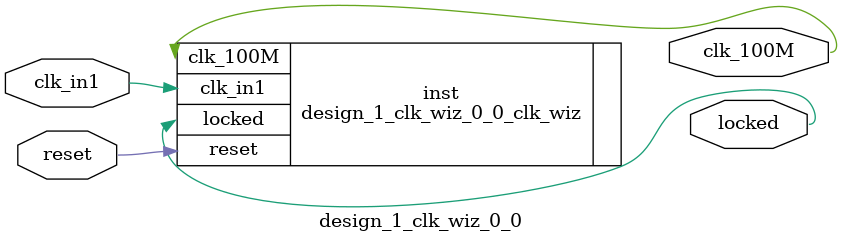
<source format=v>


`timescale 1ps/1ps

(* CORE_GENERATION_INFO = "design_1_clk_wiz_0_0,clk_wiz_v6_0_1_0_0,{component_name=design_1_clk_wiz_0_0,use_phase_alignment=true,use_min_o_jitter=false,use_max_i_jitter=false,use_dyn_phase_shift=false,use_inclk_switchover=false,use_dyn_reconfig=false,enable_axi=0,feedback_source=FDBK_AUTO,PRIMITIVE=MMCM,num_out_clk=1,clkin1_period=10.000,clkin2_period=10.000,use_power_down=false,use_reset=true,use_locked=true,use_inclk_stopped=false,feedback_type=SINGLE,CLOCK_MGR_TYPE=NA,manual_override=false}" *)

module design_1_clk_wiz_0_0 
 (
  // Clock out ports
  output        clk_100M,
  // Status and control signals
  input         reset,
  output        locked,
 // Clock in ports
  input         clk_in1
 );

  design_1_clk_wiz_0_0_clk_wiz inst
  (
  // Clock out ports  
  .clk_100M(clk_100M),
  // Status and control signals               
  .reset(reset), 
  .locked(locked),
 // Clock in ports
  .clk_in1(clk_in1)
  );

endmodule

</source>
